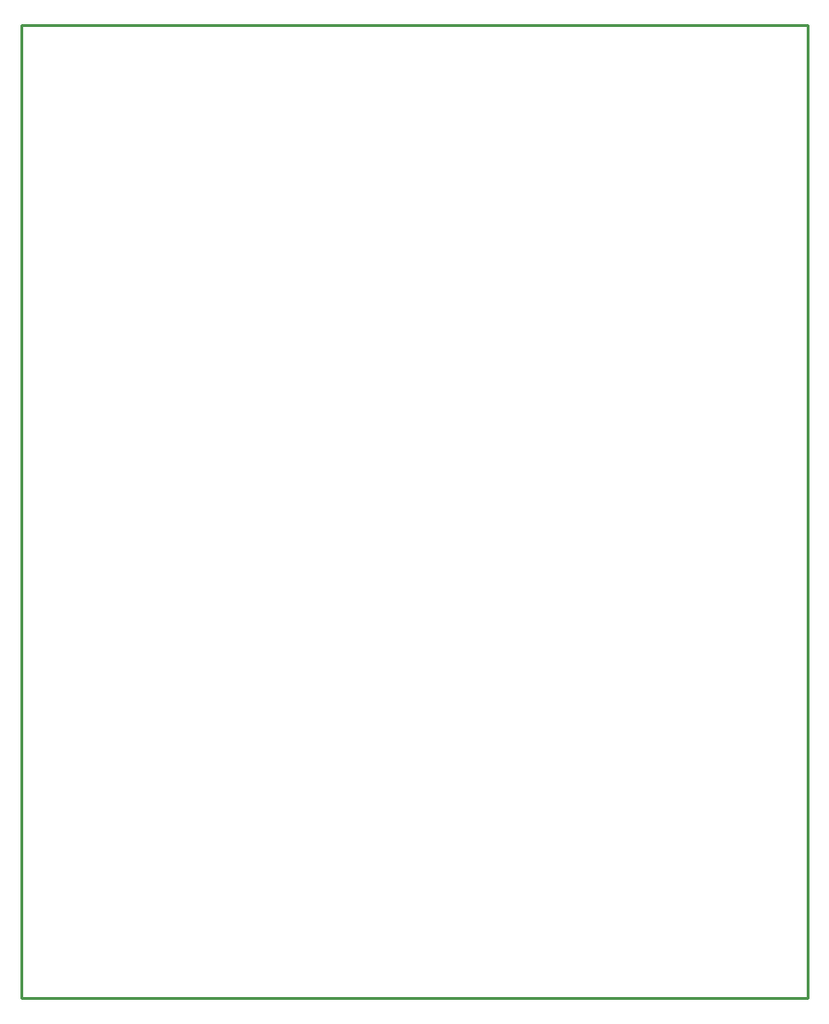
<source format=gm1>
%FSLAX25Y25*%
%MOIN*%
G70*
G01*
G75*
G04 Layer_Color=16711935*
%ADD10O,0.02362X0.08661*%
%ADD11O,0.06890X0.02165*%
%ADD12O,0.02165X0.06890*%
G04:AMPARAMS|DCode=13|XSize=83mil|YSize=55mil|CornerRadius=13.75mil|HoleSize=0mil|Usage=FLASHONLY|Rotation=0.000|XOffset=0mil|YOffset=0mil|HoleType=Round|Shape=RoundedRectangle|*
%AMROUNDEDRECTD13*
21,1,0.08300,0.02750,0,0,0.0*
21,1,0.05550,0.05500,0,0,0.0*
1,1,0.02750,0.02775,-0.01375*
1,1,0.02750,-0.02775,-0.01375*
1,1,0.02750,-0.02775,0.01375*
1,1,0.02750,0.02775,0.01375*
%
%ADD13ROUNDEDRECTD13*%
%ADD14R,0.03937X0.03937*%
%ADD15R,0.03937X0.03937*%
%ADD16C,0.01500*%
%ADD17C,0.02000*%
%ADD18C,0.03000*%
%ADD19C,0.04000*%
%ADD20C,0.07874*%
%ADD21R,0.05906X0.05906*%
%ADD22C,0.05906*%
%ADD23R,0.05906X0.05906*%
%ADD24C,0.11000*%
%ADD25C,0.12500*%
%ADD26C,0.09843*%
%ADD27C,0.12795*%
%ADD28C,0.06299*%
%ADD29C,0.05000*%
%ADD30O,0.06299X0.01969*%
%ADD31R,0.03937X0.09449*%
%ADD32R,0.12992X0.09449*%
%ADD33O,0.02165X0.05512*%
%ADD34R,0.03347X0.01575*%
%ADD35O,0.02362X0.08858*%
G04:AMPARAMS|DCode=36|XSize=82.68mil|YSize=62.99mil|CornerRadius=15.75mil|HoleSize=0mil|Usage=FLASHONLY|Rotation=90.000|XOffset=0mil|YOffset=0mil|HoleType=Round|Shape=RoundedRectangle|*
%AMROUNDEDRECTD36*
21,1,0.08268,0.03150,0,0,90.0*
21,1,0.05118,0.06299,0,0,90.0*
1,1,0.03150,0.01575,0.02559*
1,1,0.03150,0.01575,-0.02559*
1,1,0.03150,-0.01575,-0.02559*
1,1,0.03150,-0.01575,0.02559*
%
%ADD36ROUNDEDRECTD36*%
G04:AMPARAMS|DCode=37|XSize=70.87mil|YSize=74.8mil|CornerRadius=17.72mil|HoleSize=0mil|Usage=FLASHONLY|Rotation=90.000|XOffset=0mil|YOffset=0mil|HoleType=Round|Shape=RoundedRectangle|*
%AMROUNDEDRECTD37*
21,1,0.07087,0.03937,0,0,90.0*
21,1,0.03543,0.07480,0,0,90.0*
1,1,0.03543,0.01969,0.01772*
1,1,0.03543,0.01969,-0.01772*
1,1,0.03543,-0.01969,-0.01772*
1,1,0.03543,-0.01969,0.01772*
%
%ADD37ROUNDEDRECTD37*%
G04:AMPARAMS|DCode=38|XSize=15.75mil|YSize=53.15mil|CornerRadius=3.94mil|HoleSize=0mil|Usage=FLASHONLY|Rotation=90.000|XOffset=0mil|YOffset=0mil|HoleType=Round|Shape=RoundedRectangle|*
%AMROUNDEDRECTD38*
21,1,0.01575,0.04528,0,0,90.0*
21,1,0.00787,0.05315,0,0,90.0*
1,1,0.00787,0.02264,0.00394*
1,1,0.00787,0.02264,-0.00394*
1,1,0.00787,-0.02264,-0.00394*
1,1,0.00787,-0.02264,0.00394*
%
%ADD38ROUNDEDRECTD38*%
G04:AMPARAMS|DCode=39|XSize=74.8mil|YSize=74.8mil|CornerRadius=18.7mil|HoleSize=0mil|Usage=FLASHONLY|Rotation=90.000|XOffset=0mil|YOffset=0mil|HoleType=Round|Shape=RoundedRectangle|*
%AMROUNDEDRECTD39*
21,1,0.07480,0.03740,0,0,90.0*
21,1,0.03740,0.07480,0,0,90.0*
1,1,0.03740,0.01870,0.01870*
1,1,0.03740,0.01870,-0.01870*
1,1,0.03740,-0.01870,-0.01870*
1,1,0.03740,-0.01870,0.01870*
%
%ADD39ROUNDEDRECTD39*%
%ADD40R,0.04724X0.06693*%
%ADD41R,0.08071X0.09843*%
%ADD42R,0.06496X0.04724*%
%ADD43R,0.03937X0.03740*%
%ADD44R,0.03740X0.03937*%
%ADD45R,0.04724X0.07677*%
%ADD46C,0.01000*%
%ADD47C,0.05000*%
%ADD48C,0.03500*%
%ADD49C,0.02362*%
%ADD50C,0.00984*%
%ADD51C,0.00100*%
%ADD52C,0.00787*%
%ADD53O,0.03162X0.09461*%
%ADD54O,0.07690X0.02965*%
%ADD55O,0.02965X0.07690*%
G04:AMPARAMS|DCode=56|XSize=91mil|YSize=63mil|CornerRadius=17.75mil|HoleSize=0mil|Usage=FLASHONLY|Rotation=0.000|XOffset=0mil|YOffset=0mil|HoleType=Round|Shape=RoundedRectangle|*
%AMROUNDEDRECTD56*
21,1,0.09100,0.02750,0,0,0.0*
21,1,0.05550,0.06300,0,0,0.0*
1,1,0.03550,0.02775,-0.01375*
1,1,0.03550,-0.02775,-0.01375*
1,1,0.03550,-0.02775,0.01375*
1,1,0.03550,0.02775,0.01375*
%
%ADD56ROUNDEDRECTD56*%
%ADD57R,0.04737X0.04737*%
%ADD58R,0.04737X0.04737*%
%ADD59C,0.08674*%
%ADD60R,0.06706X0.06706*%
%ADD61C,0.06706*%
%ADD62R,0.06706X0.06706*%
%ADD63C,0.11800*%
%ADD64C,0.13300*%
%ADD65C,0.10642*%
%ADD66C,0.13595*%
%ADD67C,0.07099*%
%ADD68O,0.07099X0.02769*%
%ADD69R,0.04737X0.10249*%
%ADD70R,0.13792X0.10249*%
%ADD71O,0.02965X0.06312*%
%ADD72R,0.04147X0.02375*%
%ADD73O,0.03162X0.09658*%
G04:AMPARAMS|DCode=74|XSize=90.68mil|YSize=70.99mil|CornerRadius=19.75mil|HoleSize=0mil|Usage=FLASHONLY|Rotation=90.000|XOffset=0mil|YOffset=0mil|HoleType=Round|Shape=RoundedRectangle|*
%AMROUNDEDRECTD74*
21,1,0.09068,0.03150,0,0,90.0*
21,1,0.05118,0.07099,0,0,90.0*
1,1,0.03950,0.01575,0.02559*
1,1,0.03950,0.01575,-0.02559*
1,1,0.03950,-0.01575,-0.02559*
1,1,0.03950,-0.01575,0.02559*
%
%ADD74ROUNDEDRECTD74*%
G04:AMPARAMS|DCode=75|XSize=78.87mil|YSize=82.8mil|CornerRadius=21.72mil|HoleSize=0mil|Usage=FLASHONLY|Rotation=90.000|XOffset=0mil|YOffset=0mil|HoleType=Round|Shape=RoundedRectangle|*
%AMROUNDEDRECTD75*
21,1,0.07887,0.03937,0,0,90.0*
21,1,0.03543,0.08280,0,0,90.0*
1,1,0.04343,0.01969,0.01772*
1,1,0.04343,0.01969,-0.01772*
1,1,0.04343,-0.01969,-0.01772*
1,1,0.04343,-0.01969,0.01772*
%
%ADD75ROUNDEDRECTD75*%
G04:AMPARAMS|DCode=76|XSize=23.75mil|YSize=61.15mil|CornerRadius=7.94mil|HoleSize=0mil|Usage=FLASHONLY|Rotation=90.000|XOffset=0mil|YOffset=0mil|HoleType=Round|Shape=RoundedRectangle|*
%AMROUNDEDRECTD76*
21,1,0.02375,0.04528,0,0,90.0*
21,1,0.00787,0.06115,0,0,90.0*
1,1,0.01587,0.02264,0.00394*
1,1,0.01587,0.02264,-0.00394*
1,1,0.01587,-0.02264,-0.00394*
1,1,0.01587,-0.02264,0.00394*
%
%ADD76ROUNDEDRECTD76*%
G04:AMPARAMS|DCode=77|XSize=82.8mil|YSize=82.8mil|CornerRadius=22.7mil|HoleSize=0mil|Usage=FLASHONLY|Rotation=90.000|XOffset=0mil|YOffset=0mil|HoleType=Round|Shape=RoundedRectangle|*
%AMROUNDEDRECTD77*
21,1,0.08280,0.03740,0,0,90.0*
21,1,0.03740,0.08280,0,0,90.0*
1,1,0.04540,0.01870,0.01870*
1,1,0.04540,0.01870,-0.01870*
1,1,0.04540,-0.01870,-0.01870*
1,1,0.04540,-0.01870,0.01870*
%
%ADD77ROUNDEDRECTD77*%
%ADD78R,0.05524X0.07493*%
%ADD79R,0.08871X0.10642*%
%ADD80R,0.07296X0.05524*%
%ADD81R,0.04737X0.04540*%
%ADD82R,0.04540X0.04737*%
%ADD83R,0.05524X0.08477*%
%ADD84C,0.00394*%
%ADD85R,0.05709X0.02165*%
D46*
X172500Y126000D02*
Y475000D01*
X455000D01*
Y126000D02*
Y475000D01*
X172500Y126100D02*
X455000D01*
M02*

</source>
